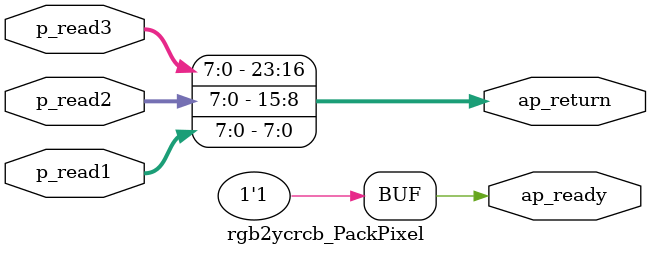
<source format=v>

`timescale 1 ns / 1 ps 

module rgb2ycrcb_PackPixel (
        ap_ready,
        p_read1,
        p_read2,
        p_read3,
        ap_return
);


output   ap_ready;
input  [7:0] p_read1;
input  [7:0] p_read2;
input  [7:0] p_read3;
output  [23:0] ap_return;

assign ap_ready = 1'b1;

assign ap_return = {{{p_read3}, {p_read2}}, {p_read1}};

endmodule //rgb2ycrcb_PackPixel

</source>
